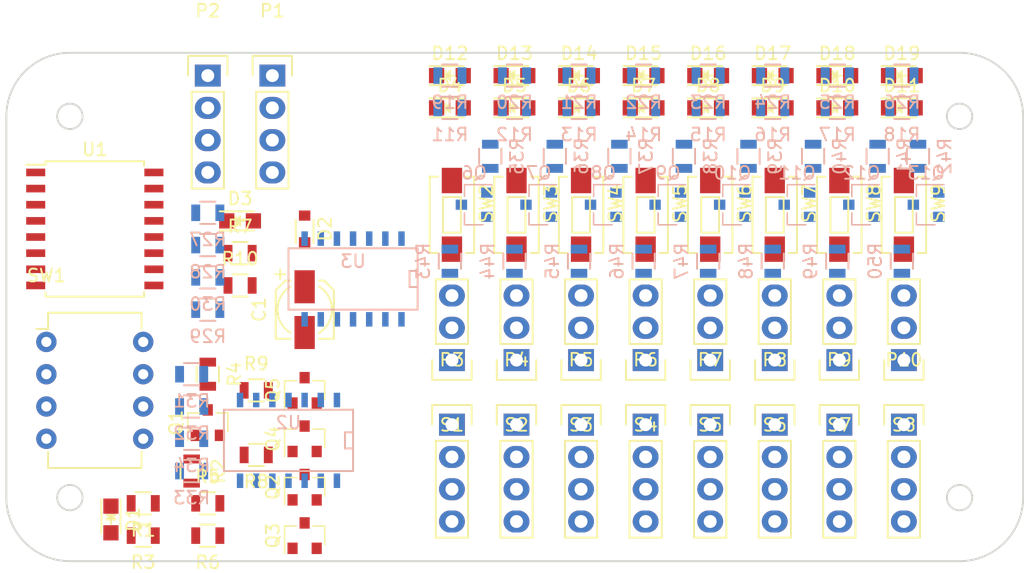
<source format=kicad_pcb>
(kicad_pcb (version 4) (host pcbnew 4.0.5+dfsg1-4)
  (layers (0 F.Cu signal) (31 B.Cu signal) (34 B.Paste user) (35 F.Paste user) (36 B.SilkS user) (37 F.SilkS user) (38 B.Mask user) (39 F.Mask user) (44 Edge.Cuts user))
  (net 0 "")
  (net 1 +5V)
  (net 2 GND)
  (net 3 "Net-(D1-Pad2)")
  (net 4 "Net-(D2-Pad2)")
  (net 5 "Net-(D3-Pad2)")
  (net 6 "Net-(D4-Pad2)")
  (net 7 "Net-(D4-Pad1)")
  (net 8 "Net-(D5-Pad2)")
  (net 9 "Net-(D5-Pad1)")
  (net 10 "Net-(D6-Pad2)")
  (net 11 "Net-(D6-Pad1)")
  (net 12 "Net-(D7-Pad2)")
  (net 13 "Net-(D7-Pad1)")
  (net 14 "Net-(D8-Pad2)")
  (net 15 "Net-(D8-Pad1)")
  (net 16 "Net-(D9-Pad2)")
  (net 17 "Net-(D9-Pad1)")
  (net 18 "Net-(D10-Pad2)")
  (net 19 "Net-(D10-Pad1)")
  (net 20 "Net-(D11-Pad2)")
  (net 21 "Net-(D11-Pad1)")
  (net 22 /OUT_0)
  (net 23 "Net-(D12-Pad1)")
  (net 24 /OUT_1)
  (net 25 "Net-(D13-Pad1)")
  (net 26 /OUT_2)
  (net 27 "Net-(D14-Pad1)")
  (net 28 /OUT_3)
  (net 29 "Net-(D15-Pad1)")
  (net 30 /OUT_4)
  (net 31 "Net-(D16-Pad1)")
  (net 32 /OUT_5)
  (net 33 "Net-(D17-Pad1)")
  (net 34 /OUT_6)
  (net 35 "Net-(D18-Pad1)")
  (net 36 /OUT_7)
  (net 37 "Net-(D19-Pad1)")
  (net 38 /SCL)
  (net 39 /SDA)
  (net 40 /IN_0)
  (net 41 /IN_1)
  (net 42 /IN_2)
  (net 43 /IN_3)
  (net 44 /IN_4)
  (net 45 /IN_5)
  (net 46 /IN_6)
  (net 47 /IN_7)
  (net 48 "Net-(Q1-Pad1)")
  (net 49 "Net-(Q1-Pad3)")
  (net 50 "Net-(Q2-Pad1)")
  (net 51 /CONTACT_LANE)
  (net 52 "Net-(Q3-Pad1)")
  (net 53 "Net-(Q4-Pad1)")
  (net 54 /PULL_LANE)
  (net 55 "Net-(Q5-Pad1)")
  (net 56 "Net-(Q6-Pad1)")
  (net 57 "Net-(Q7-Pad1)")
  (net 58 "Net-(Q8-Pad1)")
  (net 59 "Net-(Q9-Pad1)")
  (net 60 "Net-(Q10-Pad1)")
  (net 61 "Net-(Q11-Pad1)")
  (net 62 "Net-(Q12-Pad1)")
  (net 63 "Net-(Q13-Pad1)")
  (net 64 /REVERSE_PULL)
  (net 65 "Net-(R10-Pad1)")
  (net 66 "Net-(R27-Pad1)")
  (net 67 "Net-(R28-Pad1)")
  (net 68 "Net-(R29-Pad1)")
  (net 69 "Net-(R30-Pad1)")
  (net 70 "Net-(R31-Pad1)")
  (net 71 "Net-(R32-Pad1)")
  (net 72 "Net-(R33-Pad1)")
  (net 73 "Net-(R34-Pad1)")
  (net 74 "Net-(R43-Pad2)")
  (net 75 "Net-(R44-Pad2)")
  (net 76 "Net-(R45-Pad2)")
  (net 77 "Net-(R46-Pad2)")
  (net 78 "Net-(R47-Pad2)")
  (net 79 "Net-(R48-Pad2)")
  (net 80 "Net-(R49-Pad2)")
  (net 81 "Net-(R50-Pad2)")
  (net 82 "Net-(S1-Pad2)")
  (net 83 "Net-(S2-Pad2)")
  (net 84 "Net-(S3-Pad2)")
  (net 85 "Net-(S4-Pad2)")
  (net 86 "Net-(S5-Pad2)")
  (net 87 "Net-(S6-Pad2)")
  (net 88 "Net-(S7-Pad2)")
  (net 89 "Net-(S8-Pad2)")
  (net 90 "Net-(SW1-Pad6)")
  (net 91 "Net-(SW1-Pad7)")
  (net 92 "Net-(SW1-Pad8)")
  (net 93 VCC)
  (module Capacitors_SMD:c_elec_4x4.5 (layer F.Cu) (at 87.47 39.21 270)
    (fp_text reference C1 (at 0 3.5814 450) (layer F.SilkS))
    (fp_text value 100n)
    (fp_text user + (at -2.7813 1.9939 450) (layer F.SilkS))
    (pad 1 smd rect (at -1.8 0 90) (size 2.6 1.6) (layers F.Cu F.Paste F.Mask) (net 1 +5V))
    (pad 2 smd rect (at 1.8 0 90) (size 2.6 1.6) (layers F.Cu F.Paste F.Mask) (net 2 GND))
  )
  (module LEDs:LED_0805 (layer F.Cu) (at 72.23 55.72 270)
    (fp_text reference D1 (at 0 -1.75 270) (layer F.SilkS))
    (fp_text value REVERSE)
    (pad 2 smd rect (at 1.04902 0 90) (size 1.19888 1.19888) (layers F.Cu F.Paste F.Mask) (net 3 "Net-(D1-Pad2)"))
    (pad 1 smd rect (at -1.04902 0 90) (size 1.19888 1.19888) (layers F.Cu F.Paste F.Mask) (net 2 GND))
  )
  (module Diodes_SMD:D_0805 (layer F.Cu) (at 87.47 32.86 90)
    (fp_text reference D2 (at 0 1.6 90) (layer F.SilkS))
    (fp_text value D)
    (pad 1 smd rect (at -1.05 0 90) (size 0.8 0.9) (layers F.Cu F.Paste F.Mask) (net 1 +5V))
    (pad 2 smd rect (at 1.05 0 90) (size 0.8 0.9) (layers F.Cu F.Paste F.Mask) (net 4 "Net-(D2-Pad2)"))
  )
  (module LEDs:LED_0805 (layer F.Cu) (at 82.39 32.225)
    (fp_text reference D3 (at 0 -1.75) (layer F.SilkS))
    (fp_text value POWER)
    (pad 2 smd rect (at 1.04902 0 180) (size 1.19888 1.19888) (layers F.Cu F.Paste F.Mask) (net 5 "Net-(D3-Pad2)"))
    (pad 1 smd rect (at -1.04902 0 180) (size 1.19888 1.19888) (layers F.Cu F.Paste F.Mask) (net 2 GND))
  )
  (module LEDs:LED_0805 (layer F.Cu) (at 98.9 23.335)
    (fp_text reference D4 (at 0 -1.75) (layer F.SilkS))
    (fp_text value IN_0)
    (pad 2 smd rect (at 1.04902 0 180) (size 1.19888 1.19888) (layers F.Cu F.Paste F.Mask) (net 6 "Net-(D4-Pad2)"))
    (pad 1 smd rect (at -1.04902 0 180) (size 1.19888 1.19888) (layers F.Cu F.Paste F.Mask) (net 7 "Net-(D4-Pad1)"))
  )
  (module LEDs:LED_0805 (layer F.Cu) (at 103.98 23.335)
    (fp_text reference D5 (at 0 -1.75) (layer F.SilkS))
    (fp_text value IN_1)
    (pad 2 smd rect (at 1.04902 0 180) (size 1.19888 1.19888) (layers F.Cu F.Paste F.Mask) (net 8 "Net-(D5-Pad2)"))
    (pad 1 smd rect (at -1.04902 0 180) (size 1.19888 1.19888) (layers F.Cu F.Paste F.Mask) (net 9 "Net-(D5-Pad1)"))
  )
  (module LEDs:LED_0805 (layer F.Cu) (at 109.06 23.335)
    (fp_text reference D6 (at 0 -1.75) (layer F.SilkS))
    (fp_text value IN_2)
    (pad 2 smd rect (at 1.04902 0 180) (size 1.19888 1.19888) (layers F.Cu F.Paste F.Mask) (net 10 "Net-(D6-Pad2)"))
    (pad 1 smd rect (at -1.04902 0 180) (size 1.19888 1.19888) (layers F.Cu F.Paste F.Mask) (net 11 "Net-(D6-Pad1)"))
  )
  (module LEDs:LED_0805 (layer F.Cu) (at 114.14 23.335)
    (fp_text reference D7 (at 0 -1.75) (layer F.SilkS))
    (fp_text value IN_3)
    (pad 2 smd rect (at 1.04902 0 180) (size 1.19888 1.19888) (layers F.Cu F.Paste F.Mask) (net 12 "Net-(D7-Pad2)"))
    (pad 1 smd rect (at -1.04902 0 180) (size 1.19888 1.19888) (layers F.Cu F.Paste F.Mask) (net 13 "Net-(D7-Pad1)"))
  )
  (module LEDs:LED_0805 (layer F.Cu) (at 119.22 23.335)
    (fp_text reference D8 (at 0 -1.75) (layer F.SilkS))
    (fp_text value IN_4)
    (pad 2 smd rect (at 1.04902 0 180) (size 1.19888 1.19888) (layers F.Cu F.Paste F.Mask) (net 14 "Net-(D8-Pad2)"))
    (pad 1 smd rect (at -1.04902 0 180) (size 1.19888 1.19888) (layers F.Cu F.Paste F.Mask) (net 15 "Net-(D8-Pad1)"))
  )
  (module LEDs:LED_0805 (layer F.Cu) (at 124.3 23.335)
    (fp_text reference D9 (at 0 -1.75) (layer F.SilkS))
    (fp_text value IN_5)
    (pad 2 smd rect (at 1.04902 0 180) (size 1.19888 1.19888) (layers F.Cu F.Paste F.Mask) (net 16 "Net-(D9-Pad2)"))
    (pad 1 smd rect (at -1.04902 0 180) (size 1.19888 1.19888) (layers F.Cu F.Paste F.Mask) (net 17 "Net-(D9-Pad1)"))
  )
  (module LEDs:LED_0805 (layer F.Cu) (at 129.38 23.335)
    (fp_text reference D10 (at 0 -1.75) (layer F.SilkS))
    (fp_text value IN_6)
    (pad 2 smd rect (at 1.04902 0 180) (size 1.19888 1.19888) (layers F.Cu F.Paste F.Mask) (net 18 "Net-(D10-Pad2)"))
    (pad 1 smd rect (at -1.04902 0 180) (size 1.19888 1.19888) (layers F.Cu F.Paste F.Mask) (net 19 "Net-(D10-Pad1)"))
  )
  (module LEDs:LED_0805 (layer F.Cu) (at 134.46 23.335)
    (fp_text reference D11 (at 0 -1.75) (layer F.SilkS))
    (fp_text value IN_7)
    (pad 2 smd rect (at 1.04902 0 180) (size 1.19888 1.19888) (layers F.Cu F.Paste F.Mask) (net 20 "Net-(D11-Pad2)"))
    (pad 1 smd rect (at -1.04902 0 180) (size 1.19888 1.19888) (layers F.Cu F.Paste F.Mask) (net 21 "Net-(D11-Pad1)"))
  )
  (module LEDs:LED_0805 (layer F.Cu) (at 98.9 20.795)
    (fp_text reference D12 (at 0 -1.75) (layer F.SilkS))
    (fp_text value OUT_0)
    (pad 2 smd rect (at 1.04902 0 180) (size 1.19888 1.19888) (layers F.Cu F.Paste F.Mask) (net 22 /OUT_0))
    (pad 1 smd rect (at -1.04902 0 180) (size 1.19888 1.19888) (layers F.Cu F.Paste F.Mask) (net 23 "Net-(D12-Pad1)"))
  )
  (module LEDs:LED_0805 (layer F.Cu) (at 103.98 20.795)
    (fp_text reference D13 (at 0 -1.75) (layer F.SilkS))
    (fp_text value OUT_1)
    (pad 2 smd rect (at 1.04902 0 180) (size 1.19888 1.19888) (layers F.Cu F.Paste F.Mask) (net 24 /OUT_1))
    (pad 1 smd rect (at -1.04902 0 180) (size 1.19888 1.19888) (layers F.Cu F.Paste F.Mask) (net 25 "Net-(D13-Pad1)"))
  )
  (module LEDs:LED_0805 (layer F.Cu) (at 109.06 20.795)
    (fp_text reference D14 (at 0 -1.75) (layer F.SilkS))
    (fp_text value OUT_2)
    (pad 2 smd rect (at 1.04902 0 180) (size 1.19888 1.19888) (layers F.Cu F.Paste F.Mask) (net 26 /OUT_2))
    (pad 1 smd rect (at -1.04902 0 180) (size 1.19888 1.19888) (layers F.Cu F.Paste F.Mask) (net 27 "Net-(D14-Pad1)"))
  )
  (module LEDs:LED_0805 (layer F.Cu) (at 114.14 20.795)
    (fp_text reference D15 (at 0 -1.75) (layer F.SilkS))
    (fp_text value OUT_3)
    (pad 2 smd rect (at 1.04902 0 180) (size 1.19888 1.19888) (layers F.Cu F.Paste F.Mask) (net 28 /OUT_3))
    (pad 1 smd rect (at -1.04902 0 180) (size 1.19888 1.19888) (layers F.Cu F.Paste F.Mask) (net 29 "Net-(D15-Pad1)"))
  )
  (module LEDs:LED_0805 (layer F.Cu) (at 119.22 20.795)
    (fp_text reference D16 (at 0 -1.75) (layer F.SilkS))
    (fp_text value OUT_4)
    (pad 2 smd rect (at 1.04902 0 180) (size 1.19888 1.19888) (layers F.Cu F.Paste F.Mask) (net 30 /OUT_4))
    (pad 1 smd rect (at -1.04902 0 180) (size 1.19888 1.19888) (layers F.Cu F.Paste F.Mask) (net 31 "Net-(D16-Pad1)"))
  )
  (module LEDs:LED_0805 (layer F.Cu) (at 124.3 20.795)
    (fp_text reference D17 (at 0 -1.75) (layer F.SilkS))
    (fp_text value OUT_5)
    (pad 2 smd rect (at 1.04902 0 180) (size 1.19888 1.19888) (layers F.Cu F.Paste F.Mask) (net 32 /OUT_5))
    (pad 1 smd rect (at -1.04902 0 180) (size 1.19888 1.19888) (layers F.Cu F.Paste F.Mask) (net 33 "Net-(D17-Pad1)"))
  )
  (module LEDs:LED_0805 (layer F.Cu) (at 129.38 20.795)
    (fp_text reference D18 (at 0 -1.75) (layer F.SilkS))
    (fp_text value OUT_6)
    (pad 2 smd rect (at 1.04902 0 180) (size 1.19888 1.19888) (layers F.Cu F.Paste F.Mask) (net 34 /OUT_6))
    (pad 1 smd rect (at -1.04902 0 180) (size 1.19888 1.19888) (layers F.Cu F.Paste F.Mask) (net 35 "Net-(D18-Pad1)"))
  )
  (module LEDs:LED_0805 (layer F.Cu) (at 134.46 20.795)
    (fp_text reference D19 (at 0 -1.75) (layer F.SilkS))
    (fp_text value OUT_7)
    (pad 2 smd rect (at 1.04902 0 180) (size 1.19888 1.19888) (layers F.Cu F.Paste F.Mask) (net 36 /OUT_7))
    (pad 1 smd rect (at -1.04902 0 180) (size 1.19888 1.19888) (layers F.Cu F.Paste F.Mask) (net 37 "Net-(D19-Pad1)"))
  )
  (module Pin_Headers:Pin_Header_Straight_1x04 (layer F.Cu) (at 84.93 20.795)
    (fp_text reference P1 (at 0 -5.1) (layer F.SilkS))
    (fp_text value I2C)
    (pad 1 thru_hole rect (at 0 0) (size 2.032 1.7272) (drill 1.016) (layers *.Cu *.Mask) (net 38 /SCL))
    (pad 2 thru_hole oval (at 0 2.54) (size 2.032 1.7272) (drill 1.016) (layers *.Cu *.Mask) (net 39 /SDA))
    (pad 3 thru_hole oval (at 0 5.08) (size 2.032 1.7272) (drill 1.016) (layers *.Cu *.Mask) (net 4 "Net-(D2-Pad2)"))
    (pad 4 thru_hole oval (at 0 7.62) (size 2.032 1.7272) (drill 1.016) (layers *.Cu *.Mask) (net 2 GND))
  )
  (module Pin_Headers:Pin_Header_Straight_1x04 (layer F.Cu) (at 79.85 20.795)
    (fp_text reference P2 (at 0 -5.1) (layer F.SilkS))
    (fp_text value I2C)
    (pad 1 thru_hole rect (at 0 0) (size 2.032 1.7272) (drill 1.016) (layers *.Cu *.Mask) (net 38 /SCL))
    (pad 2 thru_hole oval (at 0 2.54) (size 2.032 1.7272) (drill 1.016) (layers *.Cu *.Mask) (net 39 /SDA))
    (pad 3 thru_hole oval (at 0 5.08) (size 2.032 1.7272) (drill 1.016) (layers *.Cu *.Mask) (net 4 "Net-(D2-Pad2)"))
    (pad 4 thru_hole oval (at 0 7.62) (size 2.032 1.7272) (drill 1.016) (layers *.Cu *.Mask) (net 2 GND))
  )
  (module Pin_Headers:Pin_Header_Straight_1x04 (layer F.Cu) (at 99.06 48.26)
    (fp_text reference P3 (at 0 -5.1) (layer F.SilkS))
    (fp_text value IO_0)
    (pad 1 thru_hole rect (at 0 0) (size 2.032 1.7272) (drill 1.016) (layers *.Cu *.Mask) (net 1 +5V))
    (pad 2 thru_hole oval (at 0 2.54) (size 2.032 1.7272) (drill 1.016) (layers *.Cu *.Mask) (net 22 /OUT_0))
    (pad 3 thru_hole oval (at 0 5.08) (size 2.032 1.7272) (drill 1.016) (layers *.Cu *.Mask) (net 40 /IN_0))
    (pad 4 thru_hole oval (at 0 7.62) (size 2.032 1.7272) (drill 1.016) (layers *.Cu *.Mask) (net 2 GND))
  )
  (module Pin_Headers:Pin_Header_Straight_1x04 (layer F.Cu) (at 104.14 48.26)
    (fp_text reference P4 (at 0 -5.1) (layer F.SilkS))
    (fp_text value IO_1)
    (pad 1 thru_hole rect (at 0 0) (size 2.032 1.7272) (drill 1.016) (layers *.Cu *.Mask) (net 1 +5V))
    (pad 2 thru_hole oval (at 0 2.54) (size 2.032 1.7272) (drill 1.016) (layers *.Cu *.Mask) (net 24 /OUT_1))
    (pad 3 thru_hole oval (at 0 5.08) (size 2.032 1.7272) (drill 1.016) (layers *.Cu *.Mask) (net 41 /IN_1))
    (pad 4 thru_hole oval (at 0 7.62) (size 2.032 1.7272) (drill 1.016) (layers *.Cu *.Mask) (net 2 GND))
  )
  (module Pin_Headers:Pin_Header_Straight_1x04 (layer F.Cu) (at 109.22 48.26)
    (fp_text reference P5 (at 0 -5.1) (layer F.SilkS))
    (fp_text value IO_2)
    (pad 1 thru_hole rect (at 0 0) (size 2.032 1.7272) (drill 1.016) (layers *.Cu *.Mask) (net 1 +5V))
    (pad 2 thru_hole oval (at 0 2.54) (size 2.032 1.7272) (drill 1.016) (layers *.Cu *.Mask) (net 26 /OUT_2))
    (pad 3 thru_hole oval (at 0 5.08) (size 2.032 1.7272) (drill 1.016) (layers *.Cu *.Mask) (net 42 /IN_2))
    (pad 4 thru_hole oval (at 0 7.62) (size 2.032 1.7272) (drill 1.016) (layers *.Cu *.Mask) (net 2 GND))
  )
  (module Pin_Headers:Pin_Header_Straight_1x04 (layer F.Cu) (at 114.3 48.26)
    (fp_text reference P6 (at 0 -5.1) (layer F.SilkS))
    (fp_text value IO_3)
    (pad 1 thru_hole rect (at 0 0) (size 2.032 1.7272) (drill 1.016) (layers *.Cu *.Mask) (net 1 +5V))
    (pad 2 thru_hole oval (at 0 2.54) (size 2.032 1.7272) (drill 1.016) (layers *.Cu *.Mask) (net 28 /OUT_3))
    (pad 3 thru_hole oval (at 0 5.08) (size 2.032 1.7272) (drill 1.016) (layers *.Cu *.Mask) (net 43 /IN_3))
    (pad 4 thru_hole oval (at 0 7.62) (size 2.032 1.7272) (drill 1.016) (layers *.Cu *.Mask) (net 2 GND))
  )
  (module Pin_Headers:Pin_Header_Straight_1x04 (layer F.Cu) (at 119.38 48.26)
    (fp_text reference P7 (at 0 -5.1) (layer F.SilkS))
    (fp_text value IO_4)
    (pad 1 thru_hole rect (at 0 0) (size 2.032 1.7272) (drill 1.016) (layers *.Cu *.Mask) (net 1 +5V))
    (pad 2 thru_hole oval (at 0 2.54) (size 2.032 1.7272) (drill 1.016) (layers *.Cu *.Mask) (net 30 /OUT_4))
    (pad 3 thru_hole oval (at 0 5.08) (size 2.032 1.7272) (drill 1.016) (layers *.Cu *.Mask) (net 44 /IN_4))
    (pad 4 thru_hole oval (at 0 7.62) (size 2.032 1.7272) (drill 1.016) (layers *.Cu *.Mask) (net 2 GND))
  )
  (module Pin_Headers:Pin_Header_Straight_1x04 (layer F.Cu) (at 124.46 48.26)
    (fp_text reference P8 (at 0 -5.1) (layer F.SilkS))
    (fp_text value IO_5)
    (pad 1 thru_hole rect (at 0 0) (size 2.032 1.7272) (drill 1.016) (layers *.Cu *.Mask) (net 1 +5V))
    (pad 2 thru_hole oval (at 0 2.54) (size 2.032 1.7272) (drill 1.016) (layers *.Cu *.Mask) (net 32 /OUT_5))
    (pad 3 thru_hole oval (at 0 5.08) (size 2.032 1.7272) (drill 1.016) (layers *.Cu *.Mask) (net 45 /IN_5))
    (pad 4 thru_hole oval (at 0 7.62) (size 2.032 1.7272) (drill 1.016) (layers *.Cu *.Mask) (net 2 GND))
  )
  (module Pin_Headers:Pin_Header_Straight_1x04 (layer F.Cu) (at 129.54 48.26)
    (fp_text reference P9 (at 0 -5.1) (layer F.SilkS))
    (fp_text value IO_6)
    (pad 1 thru_hole rect (at 0 0) (size 2.032 1.7272) (drill 1.016) (layers *.Cu *.Mask) (net 1 +5V))
    (pad 2 thru_hole oval (at 0 2.54) (size 2.032 1.7272) (drill 1.016) (layers *.Cu *.Mask) (net 34 /OUT_6))
    (pad 3 thru_hole oval (at 0 5.08) (size 2.032 1.7272) (drill 1.016) (layers *.Cu *.Mask) (net 46 /IN_6))
    (pad 4 thru_hole oval (at 0 7.62) (size 2.032 1.7272) (drill 1.016) (layers *.Cu *.Mask) (net 2 GND))
  )
  (module Pin_Headers:Pin_Header_Straight_1x04 (layer F.Cu) (at 134.62 48.26)
    (fp_text reference P10 (at 0 -5.1) (layer F.SilkS))
    (fp_text value IO_7)
    (pad 1 thru_hole rect (at 0 0) (size 2.032 1.7272) (drill 1.016) (layers *.Cu *.Mask) (net 1 +5V))
    (pad 2 thru_hole oval (at 0 2.54) (size 2.032 1.7272) (drill 1.016) (layers *.Cu *.Mask) (net 36 /OUT_7))
    (pad 3 thru_hole oval (at 0 5.08) (size 2.032 1.7272) (drill 1.016) (layers *.Cu *.Mask) (net 47 /IN_7))
    (pad 4 thru_hole oval (at 0 7.62) (size 2.032 1.7272) (drill 1.016) (layers *.Cu *.Mask) (net 2 GND))
  )
  (module TO_SOT_Packages_SMD:SOT-23 (layer F.Cu) (at 79.85 48.1 90)
    (fp_text reference Q1 (at 0 -2.5 90) (layer F.SilkS))
    (fp_text value NPN)
    (pad 1 smd rect (at -1 -0.95 90) (size 0.9 0.8) (layers F.Cu F.Paste F.Mask) (net 48 "Net-(Q1-Pad1)"))
    (pad 2 smd rect (at -1 0.95 90) (size 0.9 0.8) (layers F.Cu F.Paste F.Mask) (net 2 GND))
    (pad 3 smd rect (at 1 0 90) (size 0.9 0.8) (layers F.Cu F.Paste F.Mask) (net 49 "Net-(Q1-Pad3)"))
  )
  (module TO_SOT_Packages_SMD:SOT-23 (layer F.Cu) (at 87.47 53.18 90)
    (fp_text reference Q2 (at 0 -2.5 90) (layer F.SilkS))
    (fp_text value PNP)
    (pad 1 smd rect (at -1 -0.95 90) (size 0.9 0.8) (layers F.Cu F.Paste F.Mask) (net 50 "Net-(Q2-Pad1)"))
    (pad 2 smd rect (at -1 0.95 90) (size 0.9 0.8) (layers F.Cu F.Paste F.Mask) (net 51 /CONTACT_LANE))
    (pad 3 smd rect (at 1 0 90) (size 0.9 0.8) (layers F.Cu F.Paste F.Mask) (net 1 +5V))
  )
  (module TO_SOT_Packages_SMD:SOT-23 (layer F.Cu) (at 87.47 56.99 90)
    (fp_text reference Q3 (at 0 -2.5 90) (layer F.SilkS))
    (fp_text value NPN)
    (pad 1 smd rect (at -1 -0.95 90) (size 0.9 0.8) (layers F.Cu F.Paste F.Mask) (net 52 "Net-(Q3-Pad1)"))
    (pad 2 smd rect (at -1 0.95 90) (size 0.9 0.8) (layers F.Cu F.Paste F.Mask) (net 2 GND))
    (pad 3 smd rect (at 1 0 90) (size 0.9 0.8) (layers F.Cu F.Paste F.Mask) (net 51 /CONTACT_LANE))
  )
  (module TO_SOT_Packages_SMD:SOT-23 (layer F.Cu) (at 87.47 49.37 90)
    (fp_text reference Q4 (at 0 -2.5 90) (layer F.SilkS))
    (fp_text value PNP)
    (pad 1 smd rect (at -1 -0.95 90) (size 0.9 0.8) (layers F.Cu F.Paste F.Mask) (net 53 "Net-(Q4-Pad1)"))
    (pad 2 smd rect (at -1 0.95 90) (size 0.9 0.8) (layers F.Cu F.Paste F.Mask) (net 54 /PULL_LANE))
    (pad 3 smd rect (at 1 0 90) (size 0.9 0.8) (layers F.Cu F.Paste F.Mask) (net 1 +5V))
  )
  (module TO_SOT_Packages_SMD:SOT-23 (layer F.Cu) (at 87.47 45.56 90)
    (fp_text reference Q5 (at 0 -2.5 90) (layer F.SilkS))
    (fp_text value NPN)
    (pad 1 smd rect (at -1 -0.95 90) (size 0.9 0.8) (layers F.Cu F.Paste F.Mask) (net 55 "Net-(Q5-Pad1)"))
    (pad 2 smd rect (at -1 0.95 90) (size 0.9 0.8) (layers F.Cu F.Paste F.Mask) (net 2 GND))
    (pad 3 smd rect (at 1 0 90) (size 0.9 0.8) (layers F.Cu F.Paste F.Mask) (net 54 /PULL_LANE))
  )
  (module TO_SOT_Packages_SMD:SOT-23 (layer B.Cu) (at 100.805 30.955 180)
    (fp_text reference Q6 (at 0 2.5 180) (layer B.SilkS) (effects (justify mirror)))
    (fp_text value PNP)
    (pad 1 smd rect (at -1 0.95 180) (size 0.9 0.8) (layers B.Cu B.Paste B.Mask) (net 56 "Net-(Q6-Pad1)"))
    (pad 2 smd rect (at -1 -0.95 180) (size 0.9 0.8) (layers B.Cu B.Paste B.Mask) (net 22 /OUT_0))
    (pad 3 smd rect (at 1 0 180) (size 0.9 0.8) (layers B.Cu B.Paste B.Mask) (net 1 +5V))
  )
  (module TO_SOT_Packages_SMD:SOT-23 (layer B.Cu) (at 105.885 30.955 180)
    (fp_text reference Q7 (at 0 2.5 180) (layer B.SilkS) (effects (justify mirror)))
    (fp_text value PNP)
    (pad 1 smd rect (at -1 0.95 180) (size 0.9 0.8) (layers B.Cu B.Paste B.Mask) (net 57 "Net-(Q7-Pad1)"))
    (pad 2 smd rect (at -1 -0.95 180) (size 0.9 0.8) (layers B.Cu B.Paste B.Mask) (net 24 /OUT_1))
    (pad 3 smd rect (at 1 0 180) (size 0.9 0.8) (layers B.Cu B.Paste B.Mask) (net 1 +5V))
  )
  (module TO_SOT_Packages_SMD:SOT-23 (layer B.Cu) (at 110.965 30.955 180)
    (fp_text reference Q8 (at 0 2.5 180) (layer B.SilkS) (effects (justify mirror)))
    (fp_text value PNP)
    (pad 1 smd rect (at -1 0.95 180) (size 0.9 0.8) (layers B.Cu B.Paste B.Mask) (net 58 "Net-(Q8-Pad1)"))
    (pad 2 smd rect (at -1 -0.95 180) (size 0.9 0.8) (layers B.Cu B.Paste B.Mask) (net 26 /OUT_2))
    (pad 3 smd rect (at 1 0 180) (size 0.9 0.8) (layers B.Cu B.Paste B.Mask) (net 1 +5V))
  )
  (module TO_SOT_Packages_SMD:SOT-23 (layer B.Cu) (at 116.045 30.955 180)
    (fp_text reference Q9 (at 0 2.5 180) (layer B.SilkS) (effects (justify mirror)))
    (fp_text value PNP)
    (pad 1 smd rect (at -1 0.95 180) (size 0.9 0.8) (layers B.Cu B.Paste B.Mask) (net 59 "Net-(Q9-Pad1)"))
    (pad 2 smd rect (at -1 -0.95 180) (size 0.9 0.8) (layers B.Cu B.Paste B.Mask) (net 28 /OUT_3))
    (pad 3 smd rect (at 1 0 180) (size 0.9 0.8) (layers B.Cu B.Paste B.Mask) (net 1 +5V))
  )
  (module TO_SOT_Packages_SMD:SOT-23 (layer B.Cu) (at 121.125 30.955 180)
    (fp_text reference Q10 (at 0 2.5 180) (layer B.SilkS) (effects (justify mirror)))
    (fp_text value PNP)
    (pad 1 smd rect (at -1 0.95 180) (size 0.9 0.8) (layers B.Cu B.Paste B.Mask) (net 60 "Net-(Q10-Pad1)"))
    (pad 2 smd rect (at -1 -0.95 180) (size 0.9 0.8) (layers B.Cu B.Paste B.Mask) (net 30 /OUT_4))
    (pad 3 smd rect (at 1 0 180) (size 0.9 0.8) (layers B.Cu B.Paste B.Mask) (net 1 +5V))
  )
  (module TO_SOT_Packages_SMD:SOT-23 (layer B.Cu) (at 126.205 30.955 180)
    (fp_text reference Q11 (at 0 2.5 180) (layer B.SilkS) (effects (justify mirror)))
    (fp_text value PNP)
    (pad 1 smd rect (at -1 0.95 180) (size 0.9 0.8) (layers B.Cu B.Paste B.Mask) (net 61 "Net-(Q11-Pad1)"))
    (pad 2 smd rect (at -1 -0.95 180) (size 0.9 0.8) (layers B.Cu B.Paste B.Mask) (net 32 /OUT_5))
    (pad 3 smd rect (at 1 0 180) (size 0.9 0.8) (layers B.Cu B.Paste B.Mask) (net 1 +5V))
  )
  (module TO_SOT_Packages_SMD:SOT-23 (layer B.Cu) (at 131.285 30.955 180)
    (fp_text reference Q12 (at 0 2.5 180) (layer B.SilkS) (effects (justify mirror)))
    (fp_text value PNP)
    (pad 1 smd rect (at -1 0.95 180) (size 0.9 0.8) (layers B.Cu B.Paste B.Mask) (net 62 "Net-(Q12-Pad1)"))
    (pad 2 smd rect (at -1 -0.95 180) (size 0.9 0.8) (layers B.Cu B.Paste B.Mask) (net 34 /OUT_6))
    (pad 3 smd rect (at 1 0 180) (size 0.9 0.8) (layers B.Cu B.Paste B.Mask) (net 1 +5V))
  )
  (module Resistors_SMD:R_0805 (layer F.Cu) (at 74.77 54.45 180)
    (fp_text reference R1 (at 0 -2.1 180) (layer F.SilkS))
    (fp_text value 1k)
    (pad 1 smd rect (at -0.95 0 180) (size 0.7 1.3) (layers F.Cu F.Paste F.Mask) (net 64 /REVERSE_PULL))
    (pad 2 smd rect (at 0.95 0 180) (size 0.7 1.3) (layers F.Cu F.Paste F.Mask) (net 2 GND))
  )
  (module Resistors_SMD:R_0805 (layer F.Cu) (at 78.58 51.91 270)
    (fp_text reference R2 (at 0 -2.1 270) (layer F.SilkS))
    (fp_text value 10k)
    (pad 1 smd rect (at -0.95 0 270) (size 0.7 1.3) (layers F.Cu F.Paste F.Mask) (net 48 "Net-(Q1-Pad1)"))
    (pad 2 smd rect (at 0.95 0 270) (size 0.7 1.3) (layers F.Cu F.Paste F.Mask) (net 64 /REVERSE_PULL))
  )
  (module Resistors_SMD:R_0805 (layer F.Cu) (at 74.77 56.99 180)
    (fp_text reference R3 (at 0 -2.1 180) (layer F.SilkS))
    (fp_text value 1k)
    (pad 1 smd rect (at -0.95 0 180) (size 0.7 1.3) (layers F.Cu F.Paste F.Mask) (net 64 /REVERSE_PULL))
    (pad 2 smd rect (at 0.95 0 180) (size 0.7 1.3) (layers F.Cu F.Paste F.Mask) (net 3 "Net-(D1-Pad2)"))
  )
  (module Resistors_SMD:R_0805 (layer F.Cu) (at 79.85 44.29 270)
    (fp_text reference R4 (at 0 -2.1 270) (layer F.SilkS))
    (fp_text value 1k)
    (pad 1 smd rect (at -0.95 0 270) (size 0.7 1.3) (layers F.Cu F.Paste F.Mask) (net 1 +5V))
    (pad 2 smd rect (at 0.95 0 270) (size 0.7 1.3) (layers F.Cu F.Paste F.Mask) (net 49 "Net-(Q1-Pad3)"))
  )
  (module Resistors_SMD:R_0805 (layer F.Cu) (at 79.85 54.45)
    (fp_text reference R5 (at 0 -2.1) (layer F.SilkS))
    (fp_text value 10k)
    (pad 1 smd rect (at -0.95 0) (size 0.7 1.3) (layers F.Cu F.Paste F.Mask) (net 64 /REVERSE_PULL))
    (pad 2 smd rect (at 0.95 0) (size 0.7 1.3) (layers F.Cu F.Paste F.Mask) (net 50 "Net-(Q2-Pad1)"))
  )
  (module Resistors_SMD:R_0805 (layer F.Cu) (at 79.85 56.99 180)
    (fp_text reference R6 (at 0 -2.1 180) (layer F.SilkS))
    (fp_text value 10k)
    (pad 1 smd rect (at -0.95 0 180) (size 0.7 1.3) (layers F.Cu F.Paste F.Mask) (net 52 "Net-(Q3-Pad1)"))
    (pad 2 smd rect (at 0.95 0 180) (size 0.7 1.3) (layers F.Cu F.Paste F.Mask) (net 64 /REVERSE_PULL))
  )
  (module Resistors_SMD:R_0805 (layer F.Cu) (at 82.39 34.765)
    (fp_text reference R7 (at 0 -2.1) (layer F.SilkS))
    (fp_text value 1k)
    (pad 1 smd rect (at -0.95 0) (size 0.7 1.3) (layers F.Cu F.Paste F.Mask) (net 1 +5V))
    (pad 2 smd rect (at 0.95 0) (size 0.7 1.3) (layers F.Cu F.Paste F.Mask) (net 5 "Net-(D3-Pad2)"))
  )
  (module Resistors_SMD:R_0805 (layer F.Cu) (at 83.66 50.64 180)
    (fp_text reference R8 (at 0 -2.1 180) (layer F.SilkS))
    (fp_text value 10k)
    (pad 1 smd rect (at -0.95 0 180) (size 0.7 1.3) (layers F.Cu F.Paste F.Mask) (net 53 "Net-(Q4-Pad1)"))
    (pad 2 smd rect (at 0.95 0 180) (size 0.7 1.3) (layers F.Cu F.Paste F.Mask) (net 49 "Net-(Q1-Pad3)"))
  )
  (module Resistors_SMD:R_0805 (layer F.Cu) (at 83.66 45.56)
    (fp_text reference R9 (at 0 -2.1) (layer F.SilkS))
    (fp_text value 10k)
    (pad 1 smd rect (at -0.95 0) (size 0.7 1.3) (layers F.Cu F.Paste F.Mask) (net 49 "Net-(Q1-Pad3)"))
    (pad 2 smd rect (at 0.95 0) (size 0.7 1.3) (layers F.Cu F.Paste F.Mask) (net 55 "Net-(Q5-Pad1)"))
  )
  (module Resistors_SMD:R_0805 (layer F.Cu) (at 82.39 37.305)
    (fp_text reference R10 (at 0 -2.1) (layer F.SilkS))
    (fp_text value 10k)
    (pad 1 smd rect (at -0.95 0) (size 0.7 1.3) (layers F.Cu F.Paste F.Mask) (net 65 "Net-(R10-Pad1)"))
    (pad 2 smd rect (at 0.95 0) (size 0.7 1.3) (layers F.Cu F.Paste F.Mask) (net 1 +5V))
  )
  (module Resistors_SMD:R_0805 (layer B.Cu) (at 98.9 23.335)
    (fp_text reference R11 (at 0 2.1) (layer B.SilkS) (effects (justify mirror)))
    (fp_text value 1k)
    (pad 1 smd rect (at -0.95 0) (size 0.7 1.3) (layers B.Cu B.Paste B.Mask) (net 7 "Net-(D4-Pad1)"))
    (pad 2 smd rect (at 0.95 0) (size 0.7 1.3) (layers B.Cu B.Paste B.Mask) (net 2 GND))
  )
  (module Resistors_SMD:R_0805 (layer B.Cu) (at 103.98 23.335)
    (fp_text reference R12 (at 0 2.1) (layer B.SilkS) (effects (justify mirror)))
    (fp_text value 1k)
    (pad 1 smd rect (at -0.95 0) (size 0.7 1.3) (layers B.Cu B.Paste B.Mask) (net 9 "Net-(D5-Pad1)"))
    (pad 2 smd rect (at 0.95 0) (size 0.7 1.3) (layers B.Cu B.Paste B.Mask) (net 2 GND))
  )
  (module Resistors_SMD:R_0805 (layer B.Cu) (at 109.06 23.335)
    (fp_text reference R13 (at 0 2.1) (layer B.SilkS) (effects (justify mirror)))
    (fp_text value 1k)
    (pad 1 smd rect (at -0.95 0) (size 0.7 1.3) (layers B.Cu B.Paste B.Mask) (net 11 "Net-(D6-Pad1)"))
    (pad 2 smd rect (at 0.95 0) (size 0.7 1.3) (layers B.Cu B.Paste B.Mask) (net 2 GND))
  )
  (module Resistors_SMD:R_0805 (layer B.Cu) (at 114.14 23.335)
    (fp_text reference R14 (at 0 2.1) (layer B.SilkS) (effects (justify mirror)))
    (fp_text value 1k)
    (pad 1 smd rect (at -0.95 0) (size 0.7 1.3) (layers B.Cu B.Paste B.Mask) (net 13 "Net-(D7-Pad1)"))
    (pad 2 smd rect (at 0.95 0) (size 0.7 1.3) (layers B.Cu B.Paste B.Mask) (net 2 GND))
  )
  (module Resistors_SMD:R_0805 (layer B.Cu) (at 119.22 23.335)
    (fp_text reference R15 (at 0 2.1) (layer B.SilkS) (effects (justify mirror)))
    (fp_text value 1k)
    (pad 1 smd rect (at -0.95 0) (size 0.7 1.3) (layers B.Cu B.Paste B.Mask) (net 15 "Net-(D8-Pad1)"))
    (pad 2 smd rect (at 0.95 0) (size 0.7 1.3) (layers B.Cu B.Paste B.Mask) (net 2 GND))
  )
  (module Resistors_SMD:R_0805 (layer B.Cu) (at 124.3 23.335)
    (fp_text reference R16 (at 0 2.1) (layer B.SilkS) (effects (justify mirror)))
    (fp_text value 1k)
    (pad 1 smd rect (at -0.95 0) (size 0.7 1.3) (layers B.Cu B.Paste B.Mask) (net 17 "Net-(D9-Pad1)"))
    (pad 2 smd rect (at 0.95 0) (size 0.7 1.3) (layers B.Cu B.Paste B.Mask) (net 2 GND))
  )
  (module Resistors_SMD:R_0805 (layer B.Cu) (at 129.38 23.335)
    (fp_text reference R17 (at 0 2.1) (layer B.SilkS) (effects (justify mirror)))
    (fp_text value 1k)
    (pad 1 smd rect (at -0.95 0) (size 0.7 1.3) (layers B.Cu B.Paste B.Mask) (net 19 "Net-(D10-Pad1)"))
    (pad 2 smd rect (at 0.95 0) (size 0.7 1.3) (layers B.Cu B.Paste B.Mask) (net 2 GND))
  )
  (module Resistors_SMD:R_0805 (layer B.Cu) (at 134.46 23.335)
    (fp_text reference R18 (at 0 2.1) (layer B.SilkS) (effects (justify mirror)))
    (fp_text value 1k)
    (pad 1 smd rect (at -0.95 0) (size 0.7 1.3) (layers B.Cu B.Paste B.Mask) (net 21 "Net-(D11-Pad1)"))
    (pad 2 smd rect (at 0.95 0) (size 0.7 1.3) (layers B.Cu B.Paste B.Mask) (net 2 GND))
  )
  (module Resistors_SMD:R_0805 (layer B.Cu) (at 98.9 20.795)
    (fp_text reference R19 (at 0 2.1) (layer B.SilkS) (effects (justify mirror)))
    (fp_text value 1k)
    (pad 1 smd rect (at -0.95 0) (size 0.7 1.3) (layers B.Cu B.Paste B.Mask) (net 23 "Net-(D12-Pad1)"))
    (pad 2 smd rect (at 0.95 0) (size 0.7 1.3) (layers B.Cu B.Paste B.Mask) (net 2 GND))
  )
  (module Resistors_SMD:R_0805 (layer B.Cu) (at 103.98 20.795)
    (fp_text reference R20 (at 0 2.1) (layer B.SilkS) (effects (justify mirror)))
    (fp_text value 1k)
    (pad 1 smd rect (at -0.95 0) (size 0.7 1.3) (layers B.Cu B.Paste B.Mask) (net 25 "Net-(D13-Pad1)"))
    (pad 2 smd rect (at 0.95 0) (size 0.7 1.3) (layers B.Cu B.Paste B.Mask) (net 2 GND))
  )
  (module Resistors_SMD:R_0805 (layer B.Cu) (at 109.06 20.795)
    (fp_text reference R21 (at 0 2.1) (layer B.SilkS) (effects (justify mirror)))
    (fp_text value 1k)
    (pad 1 smd rect (at -0.95 0) (size 0.7 1.3) (layers B.Cu B.Paste B.Mask) (net 27 "Net-(D14-Pad1)"))
    (pad 2 smd rect (at 0.95 0) (size 0.7 1.3) (layers B.Cu B.Paste B.Mask) (net 2 GND))
  )
  (module Resistors_SMD:R_0805 (layer B.Cu) (at 114.14 20.795)
    (fp_text reference R22 (at 0 2.1) (layer B.SilkS) (effects (justify mirror)))
    (fp_text value 1k)
    (pad 1 smd rect (at -0.95 0) (size 0.7 1.3) (layers B.Cu B.Paste B.Mask) (net 29 "Net-(D15-Pad1)"))
    (pad 2 smd rect (at 0.95 0) (size 0.7 1.3) (layers B.Cu B.Paste B.Mask) (net 2 GND))
  )
  (module Resistors_SMD:R_0805 (layer B.Cu) (at 119.22 20.795)
    (fp_text reference R23 (at 0 2.1) (layer B.SilkS) (effects (justify mirror)))
    (fp_text value 1k)
    (pad 1 smd rect (at -0.95 0) (size 0.7 1.3) (layers B.Cu B.Paste B.Mask) (net 31 "Net-(D16-Pad1)"))
    (pad 2 smd rect (at 0.95 0) (size 0.7 1.3) (layers B.Cu B.Paste B.Mask) (net 2 GND))
  )
  (module Resistors_SMD:R_0805 (layer B.Cu) (at 124.3 20.795)
    (fp_text reference R24 (at 0 2.1) (layer B.SilkS) (effects (justify mirror)))
    (fp_text value 1k)
    (pad 1 smd rect (at -0.95 0) (size 0.7 1.3) (layers B.Cu B.Paste B.Mask) (net 33 "Net-(D17-Pad1)"))
    (pad 2 smd rect (at 0.95 0) (size 0.7 1.3) (layers B.Cu B.Paste B.Mask) (net 2 GND))
  )
  (module Resistors_SMD:R_0805 (layer B.Cu) (at 129.38 20.795)
    (fp_text reference R25 (at 0 2.1) (layer B.SilkS) (effects (justify mirror)))
    (fp_text value 1k)
    (pad 1 smd rect (at -0.95 0) (size 0.7 1.3) (layers B.Cu B.Paste B.Mask) (net 35 "Net-(D18-Pad1)"))
    (pad 2 smd rect (at 0.95 0) (size 0.7 1.3) (layers B.Cu B.Paste B.Mask) (net 2 GND))
  )
  (module Resistors_SMD:R_0805 (layer B.Cu) (at 134.46 20.795)
    (fp_text reference R26 (at 0 2.1) (layer B.SilkS) (effects (justify mirror)))
    (fp_text value 1k)
    (pad 1 smd rect (at -0.95 0) (size 0.7 1.3) (layers B.Cu B.Paste B.Mask) (net 37 "Net-(D19-Pad1)"))
    (pad 2 smd rect (at 0.95 0) (size 0.7 1.3) (layers B.Cu B.Paste B.Mask) (net 2 GND))
  )
  (module Resistors_SMD:R_0805 (layer B.Cu) (at 79.85 31.59)
    (fp_text reference R27 (at 0 2.1) (layer B.SilkS) (effects (justify mirror)))
    (fp_text value 1k)
    (pad 1 smd rect (at -0.95 0) (size 0.7 1.3) (layers B.Cu B.Paste B.Mask) (net 66 "Net-(R27-Pad1)"))
    (pad 2 smd rect (at 0.95 0) (size 0.7 1.3) (layers B.Cu B.Paste B.Mask) (net 20 "Net-(D11-Pad2)"))
  )
  (module Resistors_SMD:R_0805 (layer B.Cu) (at 79.85 34.13)
    (fp_text reference R28 (at 0 2.1) (layer B.SilkS) (effects (justify mirror)))
    (fp_text value 1k)
    (pad 1 smd rect (at -0.95 0) (size 0.7 1.3) (layers B.Cu B.Paste B.Mask) (net 67 "Net-(R28-Pad1)"))
    (pad 2 smd rect (at 0.95 0) (size 0.7 1.3) (layers B.Cu B.Paste B.Mask) (net 18 "Net-(D10-Pad2)"))
  )
  (module Resistors_SMD:R_0805 (layer B.Cu) (at 79.85 39.21)
    (fp_text reference R29 (at 0 2.1) (layer B.SilkS) (effects (justify mirror)))
    (fp_text value 1k)
    (pad 1 smd rect (at -0.95 0) (size 0.7 1.3) (layers B.Cu B.Paste B.Mask) (net 68 "Net-(R29-Pad1)"))
    (pad 2 smd rect (at 0.95 0) (size 0.7 1.3) (layers B.Cu B.Paste B.Mask) (net 16 "Net-(D9-Pad2)"))
  )
  (module Resistors_SMD:R_0805 (layer B.Cu) (at 79.85 36.67)
    (fp_text reference R30 (at 0 2.1) (layer B.SilkS) (effects (justify mirror)))
    (fp_text value 1k)
    (pad 1 smd rect (at -0.95 0) (size 0.7 1.3) (layers B.Cu B.Paste B.Mask) (net 69 "Net-(R30-Pad1)"))
    (pad 2 smd rect (at 0.95 0) (size 0.7 1.3) (layers B.Cu B.Paste B.Mask) (net 14 "Net-(D8-Pad2)"))
  )
  (module Resistors_SMD:R_0805 (layer B.Cu) (at 78.58 44.29)
    (fp_text reference R31 (at 0 2.1) (layer B.SilkS) (effects (justify mirror)))
    (fp_text value 1k)
    (pad 1 smd rect (at -0.95 0) (size 0.7 1.3) (layers B.Cu B.Paste B.Mask) (net 70 "Net-(R31-Pad1)"))
    (pad 2 smd rect (at 0.95 0) (size 0.7 1.3) (layers B.Cu B.Paste B.Mask) (net 12 "Net-(D7-Pad2)"))
  )
  (module Resistors_SMD:R_0805 (layer B.Cu) (at 78.58 46.83)
    (fp_text reference R32 (at 0 2.1) (layer B.SilkS) (effects (justify mirror)))
    (fp_text value 1k)
    (pad 1 smd rect (at -0.95 0) (size 0.7 1.3) (layers B.Cu B.Paste B.Mask) (net 71 "Net-(R32-Pad1)"))
    (pad 2 smd rect (at 0.95 0) (size 0.7 1.3) (layers B.Cu B.Paste B.Mask) (net 10 "Net-(D6-Pad2)"))
  )
  (module Resistors_SMD:R_0805 (layer B.Cu) (at 78.58 51.91)
    (fp_text reference R33 (at 0 2.1) (layer B.SilkS) (effects (justify mirror)))
    (fp_text value 1k)
    (pad 1 smd rect (at -0.95 0) (size 0.7 1.3) (layers B.Cu B.Paste B.Mask) (net 72 "Net-(R33-Pad1)"))
    (pad 2 smd rect (at 0.95 0) (size 0.7 1.3) (layers B.Cu B.Paste B.Mask) (net 8 "Net-(D5-Pad2)"))
  )
  (module Resistors_SMD:R_0805 (layer B.Cu) (at 78.58 49.37)
    (fp_text reference R34 (at 0 2.1) (layer B.SilkS) (effects (justify mirror)))
    (fp_text value 1k)
    (pad 1 smd rect (at -0.95 0) (size 0.7 1.3) (layers B.Cu B.Paste B.Mask) (net 73 "Net-(R34-Pad1)"))
    (pad 2 smd rect (at 0.95 0) (size 0.7 1.3) (layers B.Cu B.Paste B.Mask) (net 6 "Net-(D4-Pad2)"))
  )
  (module Resistors_SMD:R_0805 (layer B.Cu) (at 102.075 27.145 90)
    (fp_text reference R35 (at 0 2.1 90) (layer B.SilkS) (effects (justify mirror)))
    (fp_text value 10k)
    (pad 1 smd rect (at -0.95 0 90) (size 0.7 1.3) (layers B.Cu B.Paste B.Mask) (net 56 "Net-(Q6-Pad1)"))
    (pad 2 smd rect (at 0.95 0 90) (size 0.7 1.3) (layers B.Cu B.Paste B.Mask) (net 73 "Net-(R34-Pad1)"))
  )
  (module Resistors_SMD:R_0805 (layer B.Cu) (at 107.155 27.145 90)
    (fp_text reference R36 (at 0 2.1 90) (layer B.SilkS) (effects (justify mirror)))
    (fp_text value 10k)
    (pad 1 smd rect (at -0.95 0 90) (size 0.7 1.3) (layers B.Cu B.Paste B.Mask) (net 57 "Net-(Q7-Pad1)"))
    (pad 2 smd rect (at 0.95 0 90) (size 0.7 1.3) (layers B.Cu B.Paste B.Mask) (net 72 "Net-(R33-Pad1)"))
  )
  (module Resistors_SMD:R_0805 (layer B.Cu) (at 112.235 27.145 90)
    (fp_text reference R37 (at 0 2.1 90) (layer B.SilkS) (effects (justify mirror)))
    (fp_text value 10k)
    (pad 1 smd rect (at -0.95 0 90) (size 0.7 1.3) (layers B.Cu B.Paste B.Mask) (net 58 "Net-(Q8-Pad1)"))
    (pad 2 smd rect (at 0.95 0 90) (size 0.7 1.3) (layers B.Cu B.Paste B.Mask) (net 71 "Net-(R32-Pad1)"))
  )
  (module Resistors_SMD:R_0805 (layer B.Cu) (at 117.315 27.145 90)
    (fp_text reference R38 (at 0 2.1 90) (layer B.SilkS) (effects (justify mirror)))
    (fp_text value 10k)
    (pad 1 smd rect (at -0.95 0 90) (size 0.7 1.3) (layers B.Cu B.Paste B.Mask) (net 59 "Net-(Q9-Pad1)"))
    (pad 2 smd rect (at 0.95 0 90) (size 0.7 1.3) (layers B.Cu B.Paste B.Mask) (net 70 "Net-(R31-Pad1)"))
  )
  (module Resistors_SMD:R_0805 (layer B.Cu) (at 122.395 27.145 90)
    (fp_text reference R39 (at 0 2.1 90) (layer B.SilkS) (effects (justify mirror)))
    (fp_text value 10k)
    (pad 1 smd rect (at -0.95 0 90) (size 0.7 1.3) (layers B.Cu B.Paste B.Mask) (net 60 "Net-(Q10-Pad1)"))
    (pad 2 smd rect (at 0.95 0 90) (size 0.7 1.3) (layers B.Cu B.Paste B.Mask) (net 69 "Net-(R30-Pad1)"))
  )
  (module Resistors_SMD:R_0805 (layer B.Cu) (at 127.475 27.145 90)
    (fp_text reference R40 (at 0 2.1 90) (layer B.SilkS) (effects (justify mirror)))
    (fp_text value 10k)
    (pad 1 smd rect (at -0.95 0 90) (size 0.7 1.3) (layers B.Cu B.Paste B.Mask) (net 61 "Net-(Q11-Pad1)"))
    (pad 2 smd rect (at 0.95 0 90) (size 0.7 1.3) (layers B.Cu B.Paste B.Mask) (net 68 "Net-(R29-Pad1)"))
  )
  (module Resistors_SMD:R_0805 (layer B.Cu) (at 132.555 27.145 90)
    (fp_text reference R41 (at 0 2.1 90) (layer B.SilkS) (effects (justify mirror)))
    (fp_text value 10k)
    (pad 1 smd rect (at -0.95 0 90) (size 0.7 1.3) (layers B.Cu B.Paste B.Mask) (net 62 "Net-(Q12-Pad1)"))
    (pad 2 smd rect (at 0.95 0 90) (size 0.7 1.3) (layers B.Cu B.Paste B.Mask) (net 67 "Net-(R28-Pad1)"))
  )
  (module Resistors_SMD:R_0805 (layer B.Cu) (at 135.73 27.145 90)
    (fp_text reference R42 (at 0 2.1 90) (layer B.SilkS) (effects (justify mirror)))
    (fp_text value 10k)
    (pad 1 smd rect (at -0.95 0 90) (size 0.7 1.3) (layers B.Cu B.Paste B.Mask) (net 63 "Net-(Q13-Pad1)"))
    (pad 2 smd rect (at 0.95 0 90) (size 0.7 1.3) (layers B.Cu B.Paste B.Mask) (net 66 "Net-(R27-Pad1)"))
  )
  (module Resistors_SMD:R_0805 (layer B.Cu) (at 98.9 35.4 270)
    (fp_text reference R43 (at 0 2.1 270) (layer B.SilkS) (effects (justify mirror)))
    (fp_text value 1k)
    (pad 1 smd rect (at -0.95 0 270) (size 0.7 1.3) (layers B.Cu B.Paste B.Mask) (net 54 /PULL_LANE))
    (pad 2 smd rect (at 0.95 0 270) (size 0.7 1.3) (layers B.Cu B.Paste B.Mask) (net 74 "Net-(R43-Pad2)"))
  )
  (module Resistors_SMD:R_0805 (layer B.Cu) (at 103.98 35.4 270)
    (fp_text reference R44 (at 0 2.1 270) (layer B.SilkS) (effects (justify mirror)))
    (fp_text value 1k)
    (pad 1 smd rect (at -0.95 0 270) (size 0.7 1.3) (layers B.Cu B.Paste B.Mask) (net 54 /PULL_LANE))
    (pad 2 smd rect (at 0.95 0 270) (size 0.7 1.3) (layers B.Cu B.Paste B.Mask) (net 75 "Net-(R44-Pad2)"))
  )
  (module Resistors_SMD:R_0805 (layer B.Cu) (at 109.06 35.4 270)
    (fp_text reference R45 (at 0 2.1 270) (layer B.SilkS) (effects (justify mirror)))
    (fp_text value 1k)
    (pad 1 smd rect (at -0.95 0 270) (size 0.7 1.3) (layers B.Cu B.Paste B.Mask) (net 54 /PULL_LANE))
    (pad 2 smd rect (at 0.95 0 270) (size 0.7 1.3) (layers B.Cu B.Paste B.Mask) (net 76 "Net-(R45-Pad2)"))
  )
  (module Resistors_SMD:R_0805 (layer B.Cu) (at 114.14 35.4 270)
    (fp_text reference R46 (at 0 2.1 270) (layer B.SilkS) (effects (justify mirror)))
    (fp_text value 1k)
    (pad 1 smd rect (at -0.95 0 270) (size 0.7 1.3) (layers B.Cu B.Paste B.Mask) (net 54 /PULL_LANE))
    (pad 2 smd rect (at 0.95 0 270) (size 0.7 1.3) (layers B.Cu B.Paste B.Mask) (net 77 "Net-(R46-Pad2)"))
  )
  (module Resistors_SMD:R_0805 (layer B.Cu) (at 119.22 35.4 270)
    (fp_text reference R47 (at 0 2.1 270) (layer B.SilkS) (effects (justify mirror)))
    (fp_text value 1k)
    (pad 1 smd rect (at -0.95 0 270) (size 0.7 1.3) (layers B.Cu B.Paste B.Mask) (net 54 /PULL_LANE))
    (pad 2 smd rect (at 0.95 0 270) (size 0.7 1.3) (layers B.Cu B.Paste B.Mask) (net 78 "Net-(R47-Pad2)"))
  )
  (module Resistors_SMD:R_0805 (layer B.Cu) (at 124.3 35.4 270)
    (fp_text reference R48 (at 0 2.1 270) (layer B.SilkS) (effects (justify mirror)))
    (fp_text value 1k)
    (pad 1 smd rect (at -0.95 0 270) (size 0.7 1.3) (layers B.Cu B.Paste B.Mask) (net 54 /PULL_LANE))
    (pad 2 smd rect (at 0.95 0 270) (size 0.7 1.3) (layers B.Cu B.Paste B.Mask) (net 79 "Net-(R48-Pad2)"))
  )
  (module Resistors_SMD:R_0805 (layer B.Cu) (at 129.38 35.4 270)
    (fp_text reference R49 (at 0 2.1 270) (layer B.SilkS) (effects (justify mirror)))
    (fp_text value 1k)
    (pad 1 smd rect (at -0.95 0 270) (size 0.7 1.3) (layers B.Cu B.Paste B.Mask) (net 54 /PULL_LANE))
    (pad 2 smd rect (at 0.95 0 270) (size 0.7 1.3) (layers B.Cu B.Paste B.Mask) (net 80 "Net-(R49-Pad2)"))
  )
  (module Resistors_SMD:R_0805 (layer B.Cu) (at 134.46 35.4 270)
    (fp_text reference R50 (at 0 2.1 270) (layer B.SilkS) (effects (justify mirror)))
    (fp_text value 1k)
    (pad 1 smd rect (at -0.95 0 270) (size 0.7 1.3) (layers B.Cu B.Paste B.Mask) (net 54 /PULL_LANE))
    (pad 2 smd rect (at 0.95 0 270) (size 0.7 1.3) (layers B.Cu B.Paste B.Mask) (net 81 "Net-(R50-Pad2)"))
  )
  (module Pin_Headers:Pin_Header_Straight_1x03 (layer F.Cu) (at 99.06 43.18 180)
    (fp_text reference S1 (at 0 -5.1 180) (layer F.SilkS))
    (fp_text value IN_0)
    (pad 1 thru_hole rect (at 0 0 180) (size 2.032 1.7272) (drill 1.016) (layers *.Cu *.Mask) (net 40 /IN_0))
    (pad 2 thru_hole oval (at 0 2.54 180) (size 2.032 1.7272) (drill 1.016) (layers *.Cu *.Mask) (net 82 "Net-(S1-Pad2)"))
    (pad 3 thru_hole oval (at 0 5.08 180) (size 2.032 1.7272) (drill 1.016) (layers *.Cu *.Mask) (net 74 "Net-(R43-Pad2)"))
  )
  (module Pin_Headers:Pin_Header_Straight_1x03 (layer F.Cu) (at 104.14 43.18 180)
    (fp_text reference S2 (at 0 -5.1 180) (layer F.SilkS))
    (fp_text value IN_1)
    (pad 1 thru_hole rect (at 0 0 180) (size 2.032 1.7272) (drill 1.016) (layers *.Cu *.Mask) (net 41 /IN_1))
    (pad 2 thru_hole oval (at 0 2.54 180) (size 2.032 1.7272) (drill 1.016) (layers *.Cu *.Mask) (net 83 "Net-(S2-Pad2)"))
    (pad 3 thru_hole oval (at 0 5.08 180) (size 2.032 1.7272) (drill 1.016) (layers *.Cu *.Mask) (net 75 "Net-(R44-Pad2)"))
  )
  (module Pin_Headers:Pin_Header_Straight_1x03 (layer F.Cu) (at 109.22 43.18 180)
    (fp_text reference S3 (at 0 -5.1 180) (layer F.SilkS))
    (fp_text value IN_2)
    (pad 1 thru_hole rect (at 0 0 180) (size 2.032 1.7272) (drill 1.016) (layers *.Cu *.Mask) (net 42 /IN_2))
    (pad 2 thru_hole oval (at 0 2.54 180) (size 2.032 1.7272) (drill 1.016) (layers *.Cu *.Mask) (net 84 "Net-(S3-Pad2)"))
    (pad 3 thru_hole oval (at 0 5.08 180) (size 2.032 1.7272) (drill 1.016) (layers *.Cu *.Mask) (net 76 "Net-(R45-Pad2)"))
  )
  (module Pin_Headers:Pin_Header_Straight_1x03 (layer F.Cu) (at 114.3 43.18 180)
    (fp_text reference S4 (at 0 -5.1 180) (layer F.SilkS))
    (fp_text value IN_3)
    (pad 1 thru_hole rect (at 0 0 180) (size 2.032 1.7272) (drill 1.016) (layers *.Cu *.Mask) (net 43 /IN_3))
    (pad 2 thru_hole oval (at 0 2.54 180) (size 2.032 1.7272) (drill 1.016) (layers *.Cu *.Mask) (net 85 "Net-(S4-Pad2)"))
    (pad 3 thru_hole oval (at 0 5.08 180) (size 2.032 1.7272) (drill 1.016) (layers *.Cu *.Mask) (net 77 "Net-(R46-Pad2)"))
  )
  (module Pin_Headers:Pin_Header_Straight_1x03 (layer F.Cu) (at 119.38 43.18 180)
    (fp_text reference S5 (at 0 -5.1 180) (layer F.SilkS))
    (fp_text value IN_4)
    (pad 1 thru_hole rect (at 0 0 180) (size 2.032 1.7272) (drill 1.016) (layers *.Cu *.Mask) (net 44 /IN_4))
    (pad 2 thru_hole oval (at 0 2.54 180) (size 2.032 1.7272) (drill 1.016) (layers *.Cu *.Mask) (net 86 "Net-(S5-Pad2)"))
    (pad 3 thru_hole oval (at 0 5.08 180) (size 2.032 1.7272) (drill 1.016) (layers *.Cu *.Mask) (net 78 "Net-(R47-Pad2)"))
  )
  (module Pin_Headers:Pin_Header_Straight_1x03 (layer F.Cu) (at 124.46 43.18 180)
    (fp_text reference S6 (at 0 -5.1 180) (layer F.SilkS))
    (fp_text value IN_5)
    (pad 1 thru_hole rect (at 0 0 180) (size 2.032 1.7272) (drill 1.016) (layers *.Cu *.Mask) (net 45 /IN_5))
    (pad 2 thru_hole oval (at 0 2.54 180) (size 2.032 1.7272) (drill 1.016) (layers *.Cu *.Mask) (net 87 "Net-(S6-Pad2)"))
    (pad 3 thru_hole oval (at 0 5.08 180) (size 2.032 1.7272) (drill 1.016) (layers *.Cu *.Mask) (net 79 "Net-(R48-Pad2)"))
  )
  (module Pin_Headers:Pin_Header_Straight_1x03 (layer F.Cu) (at 129.54 43.18 180)
    (fp_text reference S7 (at 0 -5.1 180) (layer F.SilkS))
    (fp_text value IN_6)
    (pad 1 thru_hole rect (at 0 0 180) (size 2.032 1.7272) (drill 1.016) (layers *.Cu *.Mask) (net 46 /IN_6))
    (pad 2 thru_hole oval (at 0 2.54 180) (size 2.032 1.7272) (drill 1.016) (layers *.Cu *.Mask) (net 88 "Net-(S7-Pad2)"))
    (pad 3 thru_hole oval (at 0 5.08 180) (size 2.032 1.7272) (drill 1.016) (layers *.Cu *.Mask) (net 80 "Net-(R49-Pad2)"))
  )
  (module Pin_Headers:Pin_Header_Straight_1x03 (layer F.Cu) (at 134.62 43.18 180)
    (fp_text reference S8 (at 0 -5.1 180) (layer F.SilkS))
    (fp_text value IN_7)
    (pad 1 thru_hole rect (at 0 0 180) (size 2.032 1.7272) (drill 1.016) (layers *.Cu *.Mask) (net 47 /IN_7))
    (pad 2 thru_hole oval (at 0 2.54 180) (size 2.032 1.7272) (drill 1.016) (layers *.Cu *.Mask) (net 89 "Net-(S8-Pad2)"))
    (pad 3 thru_hole oval (at 0 5.08 180) (size 2.032 1.7272) (drill 1.016) (layers *.Cu *.Mask) (net 81 "Net-(R50-Pad2)"))
  )
  (module Housings_DIP:DIP-8_W7.62mm (layer F.Cu) (at 67.15 41.75)
    (fp_text reference SW1 (at 0 -5.22) (layer F.SilkS))
    (fp_text value I2C_ADDR)
    (pad 1 thru_hole oval (at 0 0) (size 1.6 1.6) (drill 0.8) (layers *.Cu *.Mask) (net 2 GND))
    (pad 2 thru_hole oval (at 0 2.54) (size 1.6 1.6) (drill 0.8) (layers *.Cu *.Mask) (net 2 GND))
    (pad 3 thru_hole oval (at 0 5.08) (size 1.6 1.6) (drill 0.8) (layers *.Cu *.Mask) (net 2 GND))
    (pad 4 thru_hole oval (at 0 7.62) (size 1.6 1.6) (drill 0.8) (layers *.Cu *.Mask) (net 1 +5V))
    (pad 5 thru_hole oval (at 7.62 7.62) (size 1.6 1.6) (drill 0.8) (layers *.Cu *.Mask) (net 64 /REVERSE_PULL))
    (pad 6 thru_hole oval (at 7.62 5.08) (size 1.6 1.6) (drill 0.8) (layers *.Cu *.Mask) (net 90 "Net-(SW1-Pad6)"))
    (pad 7 thru_hole oval (at 7.62 2.54) (size 1.6 1.6) (drill 0.8) (layers *.Cu *.Mask) (net 91 "Net-(SW1-Pad7)"))
    (pad 8 thru_hole oval (at 7.62 0) (size 1.6 1.6) (drill 0.8) (layers *.Cu *.Mask) (net 92 "Net-(SW1-Pad8)"))
  )
  (module Buttons_Switches_SMD:SW_SPST_EVQPE1 (layer F.Cu) (at 99.06 31.75 270)
    (fp_text reference SW2 (at -0.9 -2.7 270) (layer F.SilkS))
    (fp_text value SW_0)
    (pad 2 smd rect (at 2.7 0 270) (size 2 1.6) (layers F.Cu F.Paste F.Mask) (net 74 "Net-(R43-Pad2)"))
    (pad 1 smd rect (at -2.7 0 270) (size 2 1.6) (layers F.Cu F.Paste F.Mask) (net 51 /CONTACT_LANE))
  )
  (module Buttons_Switches_SMD:SW_SPST_EVQPE1 (layer F.Cu) (at 104.14 31.75 270)
    (fp_text reference SW3 (at -0.9 -2.7 270) (layer F.SilkS))
    (fp_text value SW_1)
    (pad 2 smd rect (at 2.7 0 270) (size 2 1.6) (layers F.Cu F.Paste F.Mask) (net 75 "Net-(R44-Pad2)"))
    (pad 1 smd rect (at -2.7 0 270) (size 2 1.6) (layers F.Cu F.Paste F.Mask) (net 51 /CONTACT_LANE))
  )
  (module Buttons_Switches_SMD:SW_SPST_EVQPE1 (layer F.Cu) (at 109.22 31.75 270)
    (fp_text reference SW4 (at -0.9 -2.7 270) (layer F.SilkS))
    (fp_text value SW_2)
    (pad 2 smd rect (at 2.7 0 270) (size 2 1.6) (layers F.Cu F.Paste F.Mask) (net 76 "Net-(R45-Pad2)"))
    (pad 1 smd rect (at -2.7 0 270) (size 2 1.6) (layers F.Cu F.Paste F.Mask) (net 51 /CONTACT_LANE))
  )
  (module Buttons_Switches_SMD:SW_SPST_EVQPE1 (layer F.Cu) (at 114.3 31.75 270)
    (fp_text reference SW5 (at -0.9 -2.7 270) (layer F.SilkS))
    (fp_text value SW_3)
    (pad 2 smd rect (at 2.7 0 270) (size 2 1.6) (layers F.Cu F.Paste F.Mask) (net 77 "Net-(R46-Pad2)"))
    (pad 1 smd rect (at -2.7 0 270) (size 2 1.6) (layers F.Cu F.Paste F.Mask) (net 51 /CONTACT_LANE))
  )
  (module Buttons_Switches_SMD:SW_SPST_EVQPE1 (layer F.Cu) (at 119.38 31.75 270)
    (fp_text reference SW6 (at -0.9 -2.7 270) (layer F.SilkS))
    (fp_text value SW_4)
    (pad 2 smd rect (at 2.7 0 270) (size 2 1.6) (layers F.Cu F.Paste F.Mask) (net 78 "Net-(R47-Pad2)"))
    (pad 1 smd rect (at -2.7 0 270) (size 2 1.6) (layers F.Cu F.Paste F.Mask) (net 51 /CONTACT_LANE))
  )
  (module Buttons_Switches_SMD:SW_SPST_EVQPE1 (layer F.Cu) (at 124.46 31.75 270)
    (fp_text reference SW7 (at -0.9 -2.7 270) (layer F.SilkS))
    (fp_text value SW_5)
    (pad 2 smd rect (at 2.7 0 270) (size 2 1.6) (layers F.Cu F.Paste F.Mask) (net 79 "Net-(R48-Pad2)"))
    (pad 1 smd rect (at -2.7 0 270) (size 2 1.6) (layers F.Cu F.Paste F.Mask) (net 51 /CONTACT_LANE))
  )
  (module Buttons_Switches_SMD:SW_SPST_EVQPE1 (layer F.Cu) (at 129.54 31.75 270)
    (fp_text reference SW8 (at -0.9 -2.7 270) (layer F.SilkS))
    (fp_text value SW_6)
    (pad 2 smd rect (at 2.7 0 270) (size 2 1.6) (layers F.Cu F.Paste F.Mask) (net 80 "Net-(R49-Pad2)"))
    (pad 1 smd rect (at -2.7 0 270) (size 2 1.6) (layers F.Cu F.Paste F.Mask) (net 51 /CONTACT_LANE))
  )
  (module Buttons_Switches_SMD:SW_SPST_EVQPE1 (layer F.Cu) (at 134.62 31.75 270)
    (fp_text reference SW9 (at -0.9 -2.7 270) (layer F.SilkS))
    (fp_text value SW_7)
    (pad 2 smd rect (at 2.7 0 270) (size 2 1.6) (layers F.Cu F.Paste F.Mask) (net 81 "Net-(R50-Pad2)"))
    (pad 1 smd rect (at -2.7 0 270) (size 2 1.6) (layers F.Cu F.Paste F.Mask) (net 51 /CONTACT_LANE))
  )
  (module Housings_SOIC:SOIC-16W_7.5x10.3mm_Pitch1.27mm (layer F.Cu) (at 70.96 32.86)
    (fp_text reference U1 (at 0 -6.25) (layer F.SilkS))
    (fp_text value PCF8574A)
    (pad 1 smd rect (at -4.65 -4.445) (size 1.5 0.6) (layers F.Cu F.Paste F.Mask) (net 92 "Net-(SW1-Pad8)"))
    (pad 2 smd rect (at -4.65 -3.175) (size 1.5 0.6) (layers F.Cu F.Paste F.Mask) (net 91 "Net-(SW1-Pad7)"))
    (pad 3 smd rect (at -4.65 -1.905) (size 1.5 0.6) (layers F.Cu F.Paste F.Mask) (net 90 "Net-(SW1-Pad6)"))
    (pad 4 smd rect (at -4.65 -0.635) (size 1.5 0.6) (layers F.Cu F.Paste F.Mask) (net 73 "Net-(R34-Pad1)"))
    (pad 5 smd rect (at -4.65 0.635) (size 1.5 0.6) (layers F.Cu F.Paste F.Mask) (net 72 "Net-(R33-Pad1)"))
    (pad 6 smd rect (at -4.65 1.905) (size 1.5 0.6) (layers F.Cu F.Paste F.Mask) (net 71 "Net-(R32-Pad1)"))
    (pad 7 smd rect (at -4.65 3.175) (size 1.5 0.6) (layers F.Cu F.Paste F.Mask) (net 70 "Net-(R31-Pad1)"))
    (pad 8 smd rect (at -4.65 4.445) (size 1.5 0.6) (layers F.Cu F.Paste F.Mask) (net 2 GND))
    (pad 9 smd rect (at 4.65 4.445) (size 1.5 0.6) (layers F.Cu F.Paste F.Mask) (net 69 "Net-(R30-Pad1)"))
    (pad 10 smd rect (at 4.65 3.175) (size 1.5 0.6) (layers F.Cu F.Paste F.Mask) (net 68 "Net-(R29-Pad1)"))
    (pad 11 smd rect (at 4.65 1.905) (size 1.5 0.6) (layers F.Cu F.Paste F.Mask) (net 67 "Net-(R28-Pad1)"))
    (pad 12 smd rect (at 4.65 0.635) (size 1.5 0.6) (layers F.Cu F.Paste F.Mask) (net 66 "Net-(R27-Pad1)"))
    (pad 13 smd rect (at 4.65 -0.635) (size 1.5 0.6) (layers F.Cu F.Paste F.Mask) (net 65 "Net-(R10-Pad1)"))
    (pad 14 smd rect (at 4.65 -1.905) (size 1.5 0.6) (layers F.Cu F.Paste F.Mask) (net 38 /SCL))
    (pad 15 smd rect (at 4.65 -3.175) (size 1.5 0.6) (layers F.Cu F.Paste F.Mask) (net 39 /SDA))
    (pad 16 smd rect (at 4.65 -4.445) (size 1.5 0.6) (layers F.Cu F.Paste F.Mask) (net 1 +5V))
  )
  (module SMD_Packages:SOIC-14_N (layer B.Cu) (at 86.2 49.37 180)
    (fp_text reference U2 (at 0 1.27 180) (layer B.SilkS) (effects (justify mirror)))
    (fp_text value 74HC86)
    (pad 1 smd rect (at -3.81 -3.302 180) (size 0.508 1.143) (layers B.Cu B.Paste B.Mask) (net 82 "Net-(S1-Pad2)"))
    (pad 2 smd rect (at -2.54 -3.302 180) (size 0.508 1.143) (layers B.Cu B.Paste B.Mask) (net 54 /PULL_LANE))
    (pad 3 smd rect (at -1.27 -3.302 180) (size 0.508 1.143) (layers B.Cu B.Paste B.Mask) (net 6 "Net-(D4-Pad2)"))
    (pad 4 smd rect (at 0 -3.302 180) (size 0.508 1.143) (layers B.Cu B.Paste B.Mask) (net 83 "Net-(S2-Pad2)"))
    (pad 5 smd rect (at 1.27 -3.302 180) (size 0.508 1.143) (layers B.Cu B.Paste B.Mask) (net 54 /PULL_LANE))
    (pad 6 smd rect (at 2.54 -3.302 180) (size 0.508 1.143) (layers B.Cu B.Paste B.Mask) (net 8 "Net-(D5-Pad2)"))
    (pad 7 smd rect (at 3.81 -3.302 180) (size 0.508 1.143) (layers B.Cu B.Paste B.Mask) (net 2 GND))
    (pad 8 smd rect (at 3.81 3.048 180) (size 0.508 1.143) (layers B.Cu B.Paste B.Mask) (net 10 "Net-(D6-Pad2)"))
    (pad 9 smd rect (at 2.54 3.048 180) (size 0.508 1.143) (layers B.Cu B.Paste B.Mask) (net 84 "Net-(S3-Pad2)"))
    (pad 11 smd rect (at 0 3.048 180) (size 0.508 1.143) (layers B.Cu B.Paste B.Mask) (net 12 "Net-(D7-Pad2)"))
    (pad 12 smd rect (at -1.27 3.048 180) (size 0.508 1.143) (layers B.Cu B.Paste B.Mask) (net 85 "Net-(S4-Pad2)"))
    (pad 13 smd rect (at -2.54 3.048 180) (size 0.508 1.143) (layers B.Cu B.Paste B.Mask) (net 54 /PULL_LANE))
    (pad 14 smd rect (at -3.81 3.048 180) (size 0.508 1.143) (layers B.Cu B.Paste B.Mask) (net 93 VCC))
    (pad 10 smd rect (at 1.27 3.048 180) (size 0.508 1.143) (layers B.Cu B.Paste B.Mask) (net 54 /PULL_LANE))
  )
  (module SMD_Packages:SOIC-14_N (layer B.Cu) (at 91.28 36.67 180)
    (fp_text reference U3 (at 0 1.27 180) (layer B.SilkS) (effects (justify mirror)))
    (fp_text value 74HC86)
    (pad 1 smd rect (at -3.81 -3.302 180) (size 0.508 1.143) (layers B.Cu B.Paste B.Mask) (net 86 "Net-(S5-Pad2)"))
    (pad 2 smd rect (at -2.54 -3.302 180) (size 0.508 1.143) (layers B.Cu B.Paste B.Mask) (net 54 /PULL_LANE))
    (pad 3 smd rect (at -1.27 -3.302 180) (size 0.508 1.143) (layers B.Cu B.Paste B.Mask) (net 14 "Net-(D8-Pad2)"))
    (pad 4 smd rect (at 0 -3.302 180) (size 0.508 1.143) (layers B.Cu B.Paste B.Mask) (net 87 "Net-(S6-Pad2)"))
    (pad 5 smd rect (at 1.27 -3.302 180) (size 0.508 1.143) (layers B.Cu B.Paste B.Mask) (net 54 /PULL_LANE))
    (pad 6 smd rect (at 2.54 -3.302 180) (size 0.508 1.143) (layers B.Cu B.Paste B.Mask) (net 16 "Net-(D9-Pad2)"))
    (pad 7 smd rect (at 3.81 -3.302 180) (size 0.508 1.143) (layers B.Cu B.Paste B.Mask) (net 2 GND))
    (pad 8 smd rect (at 3.81 3.048 180) (size 0.508 1.143) (layers B.Cu B.Paste B.Mask) (net 18 "Net-(D10-Pad2)"))
    (pad 9 smd rect (at 2.54 3.048 180) (size 0.508 1.143) (layers B.Cu B.Paste B.Mask) (net 88 "Net-(S7-Pad2)"))
    (pad 11 smd rect (at 0 3.048 180) (size 0.508 1.143) (layers B.Cu B.Paste B.Mask) (net 20 "Net-(D11-Pad2)"))
    (pad 12 smd rect (at -1.27 3.048 180) (size 0.508 1.143) (layers B.Cu B.Paste B.Mask) (net 89 "Net-(S8-Pad2)"))
    (pad 13 smd rect (at -2.54 3.048 180) (size 0.508 1.143) (layers B.Cu B.Paste B.Mask) (net 54 /PULL_LANE))
    (pad 14 smd rect (at -3.81 3.048 180) (size 0.508 1.143) (layers B.Cu B.Paste B.Mask) (net 93 VCC))
    (pad 10 smd rect (at 1.27 3.048 180) (size 0.508 1.143) (layers B.Cu B.Paste B.Mask) (net 54 /PULL_LANE))
  )
  (module TO_SOT_Packages_SMD:SOT-23 (layer B.Cu) (at 136.365 30.955 180)
    (fp_text reference Q13 (at 0 2.5 180) (layer B.SilkS) (effects (justify mirror)))
    (fp_text value PNP)
    (pad 1 smd rect (at -1 0.95 180) (size 0.9 0.8) (layers B.Cu B.Paste B.Mask) (net 63 "Net-(Q13-Pad1)"))
    (pad 2 smd rect (at -1 -0.95 180) (size 0.9 0.8) (layers B.Cu B.Paste B.Mask) (net 36 /OUT_7))
    (pad 3 smd rect (at 1 0 180) (size 0.9 0.8) (layers B.Cu B.Paste B.Mask) (net 1 +5V))
  )
  (gr_circle (center 139 54) (end 140 54) (layer Edge.Cuts) (width 0.15))
  (gr_circle (center 139 24) (end 140 24) (layer Edge.Cuts) (width 0.15))
  (gr_circle (center 69 24) (end 70 24) (layer Edge.Cuts) (width 0.15))
  (gr_circle (center 69 54) (end 70 54) (layer Edge.Cuts) (width 0.15))
  (gr_arc (start 139 54) (end 144 54) (angle 90) (layer Edge.Cuts) (width 0.15))
  (gr_arc (start 139 24) (end 139 19) (angle 90) (layer Edge.Cuts) (width 0.15))
  (gr_arc (start 69 54) (end 69 59) (angle 90) (layer Edge.Cuts) (width 0.15))
  (gr_arc (start 69 24) (end 64 24) (angle 90) (layer Edge.Cuts) (width 0.15))
  (gr_line (start 64 54) (end 64 24) (angle 90) (layer Edge.Cuts) (width 0.15))
  (gr_line (start 139 59) (end 69 59) (angle 90) (layer Edge.Cuts) (width 0.15))
  (gr_line (start 144 24) (end 144 54) (angle 90) (layer Edge.Cuts) (width 0.15))
  (gr_line (start 69 19) (end 139 19) (angle 90) (layer Edge.Cuts) (width 0.15))
)
</source>
